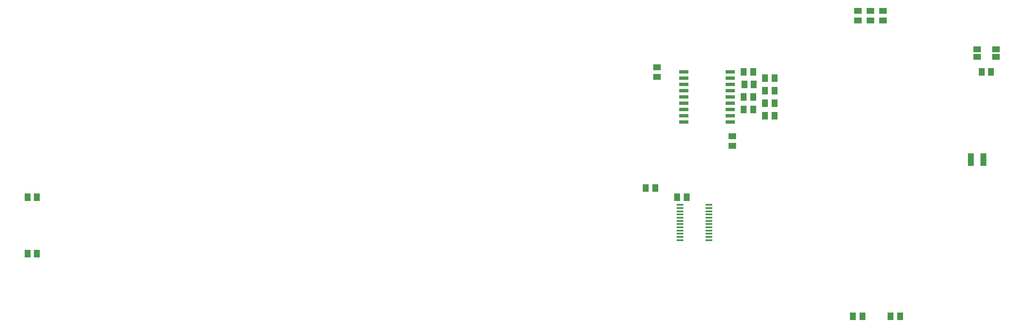
<source format=gbp>
G75*
%MOIN*%
%OFA0B0*%
%FSLAX25Y25*%
%IPPOS*%
%LPD*%
%AMOC8*
5,1,8,0,0,1.08239X$1,22.5*
%
%ADD10R,0.05906X0.05118*%
%ADD11R,0.05118X0.05906*%
%ADD12R,0.07283X0.02559*%
%ADD13R,0.05709X0.01772*%
%ADD14R,0.05000X0.10000*%
%ADD15R,0.06300X0.04600*%
D10*
X0665000Y0206260D03*
X0665000Y0213740D03*
X0605000Y0261260D03*
X0605000Y0268740D03*
X0765000Y0306260D03*
X0775000Y0306260D03*
X0785000Y0306260D03*
X0785000Y0313740D03*
X0775000Y0313740D03*
X0765000Y0313740D03*
D11*
X0103760Y0120000D03*
X0111240Y0120000D03*
X0111240Y0165000D03*
X0103760Y0165000D03*
X0596260Y0172500D03*
X0603740Y0172500D03*
X0621260Y0165000D03*
X0628740Y0165000D03*
X0691260Y0230000D03*
X0698740Y0230000D03*
X0698740Y0240000D03*
X0691260Y0240000D03*
X0681740Y0235000D03*
X0674260Y0235000D03*
X0674260Y0245000D03*
X0681740Y0245000D03*
X0691260Y0250000D03*
X0698740Y0250000D03*
X0698740Y0260000D03*
X0691260Y0260000D03*
X0682240Y0255000D03*
X0674760Y0255000D03*
X0674260Y0265000D03*
X0681740Y0265000D03*
X0863760Y0265000D03*
X0871240Y0265000D03*
X0798740Y0070000D03*
X0791260Y0070000D03*
X0768740Y0070000D03*
X0761260Y0070000D03*
D12*
X0663406Y0225000D03*
X0663406Y0230000D03*
X0663406Y0235000D03*
X0663406Y0240000D03*
X0663406Y0245000D03*
X0663406Y0250000D03*
X0663406Y0255000D03*
X0663406Y0260000D03*
X0663406Y0265000D03*
X0626594Y0265000D03*
X0626594Y0260000D03*
X0626594Y0255000D03*
X0626594Y0250000D03*
X0626594Y0245000D03*
X0626594Y0240000D03*
X0626594Y0235000D03*
X0626594Y0230000D03*
X0626594Y0225000D03*
D13*
X0623484Y0159075D03*
X0623484Y0156516D03*
X0623484Y0153957D03*
X0623484Y0151398D03*
X0623484Y0148839D03*
X0623484Y0146280D03*
X0623484Y0143720D03*
X0623484Y0141161D03*
X0623484Y0138602D03*
X0623484Y0136043D03*
X0623484Y0133484D03*
X0623484Y0130925D03*
X0646516Y0130925D03*
X0646516Y0133484D03*
X0646516Y0136043D03*
X0646516Y0138602D03*
X0646516Y0141161D03*
X0646516Y0143720D03*
X0646516Y0146280D03*
X0646516Y0148839D03*
X0646516Y0151398D03*
X0646516Y0153957D03*
X0646516Y0156516D03*
X0646516Y0159075D03*
D14*
X0855000Y0195000D03*
X0865000Y0195000D03*
D15*
X0860000Y0277000D03*
X0860000Y0283000D03*
X0875000Y0283000D03*
X0875000Y0277000D03*
M02*

</source>
